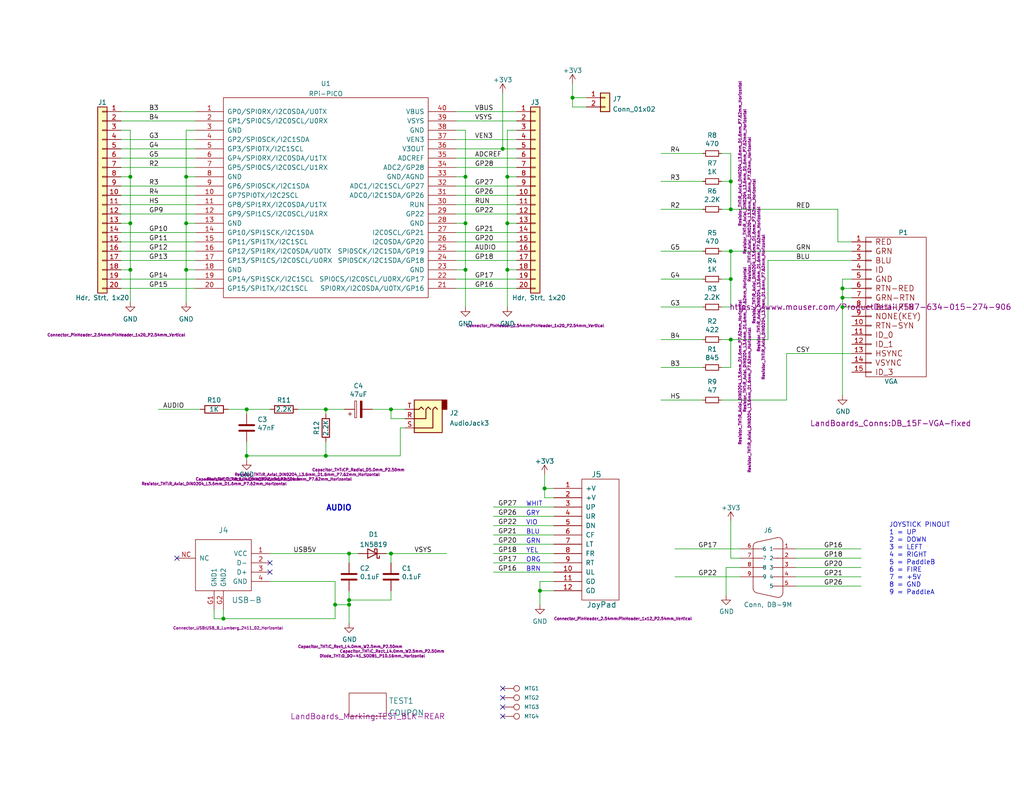
<source format=kicad_sch>
(kicad_sch (version 20211123) (generator eeschema)
  (paper "A")
  (title_block (title "PicoVGA01") (date "2022-07-18") (rev "1") (company "land-boards.com"))
  (lib_symbols
    (symbol "Connector:AudioJack3"
      (property "Reference" "J" (at 0 8.89 0))
      (property "Value" "AudioJack3" (at 0 6.35 0))
      (symbol "AudioJack3_0_1"
        (rectangle (start -5.08 -5.08) (end -6.35 -2.54) (stroke (width 0.254)) (fill (type outline)))
        (polyline (pts (xy 0 -2.54) (xy 0.635 -3.175) (xy 1.27 -2.54) (xy 2.54 -2.54)) (stroke (width 0.254)))
        (polyline (pts (xy -1.905 -2.54) (xy -1.27 -3.175) (xy -0.635 -2.54) (xy -0.635 0) (xy 2.54 0)) (stroke (width 0.254)))
        (polyline (pts (xy 2.54 2.54) (xy -2.54 2.54) (xy -2.54 -2.54) (xy -3.175 -3.175) (xy -3.81 -2.54)) (stroke (width 0.254)))
        (rectangle (start 2.54 3.81) (end -5.08 -5.08) (stroke (width 0.254)) (fill (type background)))
      )
      (symbol "AudioJack3_1_1"
        (pin passive line (at 5.08 0 180) (length 2.54) (name "~") (number "R"))
        (pin passive line (at 5.08 2.54 180) (length 2.54) (name "~") (number "S"))
        (pin passive line (at 5.08 -2.54 180) (length 2.54) (name "~") (number "T"))
      )
    )
    (symbol "Connector_Generic:Conn_01x02" (pin_names (offset 1.016) hide)
      (property "Reference" "J" (at 0 2.54 0))
      (property "Value" "Conn_01x02" (at 0 -5.08 0))
      (symbol "Conn_01x02_1_1"
        (rectangle (start -1.27 -2.413) (end 0 -2.667) (stroke (width 0.1524)))
        (rectangle (start -1.27 0.127) (end 0 -0.127) (stroke (width 0.1524)))
        (rectangle (start -1.27 1.27) (end 1.27 -3.81) (stroke (width 0.254)) (fill (type background)))
        (pin passive line (at -5.08 0 0) (length 3.81) (name "Pin_1") (number "1"))
        (pin passive line (at -5.08 -2.54 0) (length 3.81) (name "Pin_2") (number "2"))
      )
    )
    (symbol "Connector_Generic:Conn_01x20" (pin_names (offset 1.016) hide)
      (property "Reference" "J" (at 0 25.4 0))
      (property "Value" "Conn_01x20" (at 0 -27.94 0))
      (symbol "Conn_01x20_1_1"
        (rectangle (start -1.27 -25.273) (end 0 -25.527) (stroke (width 0.1524)))
        (rectangle (start -1.27 -22.733) (end 0 -22.987) (stroke (width 0.1524)))
        (rectangle (start -1.27 -20.193) (end 0 -20.447) (stroke (width 0.1524)))
        (rectangle (start -1.27 -17.653) (end 0 -17.907) (stroke (width 0.1524)))
        (rectangle (start -1.27 -15.113) (end 0 -15.367) (stroke (width 0.1524)))
        (rectangle (start -1.27 -12.573) (end 0 -12.827) (stroke (width 0.1524)))
        (rectangle (start -1.27 -10.033) (end 0 -10.287) (stroke (width 0.1524)))
        (rectangle (start -1.27 -7.493) (end 0 -7.747) (stroke (width 0.1524)))
        (rectangle (start -1.27 -4.953) (end 0 -5.207) (stroke (width 0.1524)))
        (rectangle (start -1.27 -2.413) (end 0 -2.667) (stroke (width 0.1524)))
        (rectangle (start -1.27 0.127) (end 0 -0.127) (stroke (width 0.1524)))
        (rectangle (start -1.27 2.667) (end 0 2.413) (stroke (width 0.1524)))
        (rectangle (start -1.27 5.207) (end 0 4.953) (stroke (width 0.1524)))
        (rectangle (start -1.27 7.747) (end 0 7.493) (stroke (width 0.1524)))
        (rectangle (start -1.27 10.287) (end 0 10.033) (stroke (width 0.1524)))
        (rectangle (start -1.27 12.827) (end 0 12.573) (stroke (width 0.1524)))
        (rectangle (start -1.27 15.367) (end 0 15.113) (stroke (width 0.1524)))
        (rectangle (start -1.27 17.907) (end 0 17.653) (stroke (width 0.1524)))
        (rectangle (start -1.27 20.447) (end 0 20.193) (stroke (width 0.1524)))
        (rectangle (start -1.27 22.987) (end 0 22.733) (stroke (width 0.1524)))
        (rectangle (start -1.27 24.13) (end 1.27 -26.67) (stroke (width 0.254)) (fill (type background)))
        (pin passive line (at -5.08 22.86 0) (length 3.81) (name "Pin_1") (number "1"))
        (pin passive line (at -5.08 0 0) (length 3.81) (name "Pin_10") (number "10"))
        (pin passive line (at -5.08 -2.54 0) (length 3.81) (name "Pin_11") (number "11"))
        (pin passive line (at -5.08 -5.08 0) (length 3.81) (name "Pin_12") (number "12"))
        (pin passive line (at -5.08 -7.62 0) (length 3.81) (name "Pin_13") (number "13"))
        (pin passive line (at -5.08 -10.16 0) (length 3.81) (name "Pin_14") (number "14"))
        (pin passive line (at -5.08 -12.7 0) (length 3.81) (name "Pin_15") (number "15"))
        (pin passive line (at -5.08 -15.24 0) (length 3.81) (name "Pin_16") (number "16"))
        (pin passive line (at -5.08 -17.78 0) (length 3.81) (name "Pin_17") (number "17"))
        (pin passive line (at -5.08 -20.32 0) (length 3.81) (name "Pin_18") (number "18"))
        (pin passive line (at -5.08 -22.86 0) (length 3.81) (name "Pin_19") (number "19"))
        (pin passive line (at -5.08 20.32 0) (length 3.81) (name "Pin_2") (number "2"))
        (pin passive line (at -5.08 -25.4 0) (length 3.81) (name "Pin_20") (number "20"))
        (pin passive line (at -5.08 17.78 0) (length 3.81) (name "Pin_3") (number "3"))
        (pin passive line (at -5.08 15.24 0) (length 3.81) (name "Pin_4") (number "4"))
        (pin passive line (at -5.08 12.7 0) (length 3.81) (name "Pin_5") (number "5"))
        (pin passive line (at -5.08 10.16 0) (length 3.81) (name "Pin_6") (number "6"))
        (pin passive line (at -5.08 7.62 0) (length 3.81) (name "Pin_7") (number "7"))
        (pin passive line (at -5.08 5.08 0) (length 3.81) (name "Pin_8") (number "8"))
        (pin passive line (at -5.08 2.54 0) (length 3.81) (name "Pin_9") (number "9"))
      )
    )
    (symbol "Device:C" (pin_numbers hide) (pin_names (offset 0.254))
      (property "Reference" "C" (at 0.635 2.54 0))
      (property "Value" "C" (at 0.635 -2.54 0))
      (symbol "C_0_1"
        (polyline (pts (xy -2.032 -0.762) (xy 2.032 -0.762)) (stroke (width 0.508)))
        (polyline (pts (xy -2.032 0.762) (xy 2.032 0.762)) (stroke (width 0.508)))
      )
      (symbol "C_1_1"
        (pin passive line (at 0 3.81 270) (length 2.794) (name "~") (number "1"))
        (pin passive line (at 0 -3.81 90) (length 2.794) (name "~") (number "2"))
      )
    )
    (symbol "Device:C_Polarized" (pin_numbers hide) (pin_names (offset 0.254))
      (property "Reference" "C" (at 0.635 2.54 0))
      (property "Value" "C_Polarized" (at 0.635 -2.54 0))
      (symbol "C_Polarized_0_1"
        (rectangle (start -2.286 0.508) (end 2.286 1.016))
        (polyline (pts (xy -1.778 2.286) (xy -0.762 2.286)))
        (polyline (pts (xy -1.27 2.794) (xy -1.27 1.778)))
        (rectangle (start 2.286 -0.508) (end -2.286 -1.016) (fill (type outline)))
      )
      (symbol "C_Polarized_1_1"
        (pin passive line (at 0 3.81 270) (length 2.794) (name "~") (number "1"))
        (pin passive line (at 0 -3.81 90) (length 2.794) (name "~") (number "2"))
      )
    )
    (symbol "Device:D_Schottky" (pin_numbers hide) (pin_names (offset 1.016) hide)
      (property "Reference" "D" (at 0 2.54 0))
      (property "Value" "D_Schottky" (at 0 -2.54 0))
      (symbol "D_Schottky_0_1"
        (polyline (pts (xy 1.27 0) (xy -1.27 0)))
        (polyline (pts (xy 1.27 1.27) (xy 1.27 -1.27) (xy -1.27 0) (xy 1.27 1.27)) (stroke (width 0.254)))
        (polyline (pts (xy -1.905 0.635) (xy -1.905 1.27) (xy -1.27 1.27) (xy -1.27 -1.27) (xy -0.635 -1.27) (xy -0.635 -0.635)) (stroke (width 0.254)))
      )
      (symbol "D_Schottky_1_1"
        (pin passive line (at -3.81 0 0) (length 2.54) (name "K") (number "1"))
        (pin passive line (at 3.81 0 180) (length 2.54) (name "A") (number "2"))
      )
    )
    (symbol "Device:R" (pin_numbers hide) (pin_names (offset 0))
      (property "Reference" "R" (at 2.032 0 90))
      (property "Value" "R" (at 0 0 90))
      (symbol "R_0_1"
        (rectangle (start -1.016 -2.54) (end 1.016 2.54) (stroke (width 0.254)))
      )
      (symbol "R_1_1"
        (pin passive line (at 0 3.81 270) (length 1.27) (name "~") (number "1"))
        (pin passive line (at 0 -3.81 90) (length 1.27) (name "~") (number "2"))
      )
    )
    (symbol "Device:R_Small" (pin_numbers hide) (pin_names (offset 0.254) hide)
      (property "Reference" "R" (at 0.762 0.508 0))
      (property "Value" "R_Small" (at 0.762 -1.016 0))
      (symbol "R_Small_0_1"
        (rectangle (start -0.762 1.778) (end 0.762 -1.778) (stroke (width 0.2032)))
      )
      (symbol "R_Small_1_1"
        (pin passive line (at 0 2.54 270) (length 0.762) (name "~") (number "1"))
        (pin passive line (at 0 -2.54 90) (length 0.762) (name "~") (number "2"))
      )
    )
    (symbol "LandBoards:COUPON" (pin_names (offset 1.016))
      (property "Reference" "COUP?" (at 0 0 0))
      (property "Value" "COUPON" (at 0 0 0))
      (symbol "COUPON_0_1"
        (rectangle (start -5.08 0) (end 5.08 6.35))
      )
    )
    (symbol "LandBoards_Cards:JoyPad" (pin_names (offset 1.016))
      (property "Reference" "BRD" (at 1.27 17.78 0))
      (property "Value" "JoyPad" (at 0 -17.78 0))
      (symbol "JoyPad_0_0"
        (rectangle (start -5.08 16.51) (end 5.08 -16.51))
      )
      (symbol "JoyPad_1_1"
        (pin power_in line (at 12.7 13.97 180) (length 7.62) (name "+V") (number "1"))
        (pin output line (at 12.7 -8.89 180) (length 7.62) (name "UL") (number "10"))
        (pin power_in line (at 12.7 -11.43 180) (length 7.62) (name "GD") (number "11"))
        (pin power_in line (at 12.7 -13.97 180) (length 7.62) (name "GD") (number "12"))
        (pin power_in line (at 12.7 11.43 180) (length 7.62) (name "+V") (number "2"))
        (pin output line (at 12.7 8.89 180) (length 7.62) (name "UP") (number "3"))
        (pin output line (at 12.7 6.35 180) (length 7.62) (name "UR") (number "4"))
        (pin output line (at 12.7 3.81 180) (length 7.62) (name "DN") (number "5"))
        (pin output line (at 12.7 1.27 180) (length 7.62) (name "CF") (number "6"))
        (pin output line (at 12.7 -1.27 180) (length 7.62) (name "LT") (number "7"))
        (pin output line (at 12.7 -3.81 180) (length 7.62) (name "FR") (number "8"))
        (pin output line (at 12.7 -6.35 180) (length 7.62) (name "RT") (number "9"))
      )
    )
    (symbol "LandBoards_Conns:USB-B" (pin_names (offset 1.016))
      (property "Reference" "J" (at 2.54 19.05 0))
      (property "Value" "LandBoards_Conns_USB-B" (at 5.08 2.54 0))
      (symbol "USB-B_0_1"
        (rectangle (start -8.89 3.81) (end 6.35 17.78))
      )
      (symbol "USB-B_1_1"
        (pin power_out line (at 11.43 13.97 180) (length 5.08) (name "VCC") (number "1"))
        (pin bidirectional line (at 11.43 11.43 180) (length 5.08) (name "D-") (number "2"))
        (pin bidirectional line (at 11.43 8.89 180) (length 5.08) (name "D+") (number "3"))
        (pin power_out line (at 11.43 6.35 180) (length 5.08) (name "GND") (number "4"))
        (pin passive line (at -3.81 -1.27 90) (length 5.08) (name "GND1") (number "G1"))
        (pin passive line (at -1.27 -1.27 90) (length 5.08) (name "GND2") (number "G2"))
        (pin power_in line (at -13.97 12.7 0) (length 5.08) (name "NC") (number "NC"))
      )
    )
    (symbol "LandBoards_Conns:VGA" (pin_names (offset 1.016) hide)
      (property "Reference" "P" (at -6.35 20.32 0))
      (property "Value" "VGA" (at -1.27 -20.32 0))
      (symbol "VGA_0_0"
        (text "BLU" (at -5.08 12.7 0) (effects (font (size 1.524 1.524)) (justify left)))
        (text "BLU-RTN" (at -5.08 0 0) (effects (font (size 1.524 1.524)) (justify left)))
        (text "GND" (at -5.08 7.62 0) (effects (font (size 1.524 1.524)) (justify left)))
        (text "GRN" (at -5.08 15.24 0) (effects (font (size 1.524 1.524)) (justify left)))
        (text "GRN-RTN" (at -5.08 2.54 0) (effects (font (size 1.524 1.524)) (justify left)))
        (text "HSYNC" (at -5.08 -12.7 0) (effects (font (size 1.524 1.524)) (justify left)))
        (text "ID" (at -5.08 10.16 0) (effects (font (size 1.524 1.524)) (justify left)))
        (text "ID_0" (at -5.08 -7.62 0) (effects (font (size 1.524 1.524)) (justify left)))
        (text "ID_1" (at -5.08 -10.16 0) (effects (font (size 1.524 1.524)) (justify left)))
        (text "ID_3" (at -5.08 -17.78 0) (effects (font (size 1.524 1.524)) (justify left)))
        (text "NONE(KEY)" (at -5.08 -2.54 0) (effects (font (size 1.524 1.524)) (justify left)))
        (text "RED" (at -5.08 17.78 0) (effects (font (size 1.524 1.524)) (justify left)))
        (text "RTN-RED" (at -5.08 5.08 0) (effects (font (size 1.524 1.524)) (justify left)))
        (text "RTN-SYN" (at -5.08 -5.08 0) (effects (font (size 1.524 1.524)) (justify left)))
        (text "VSYNC" (at -5.08 -15.24 0) (effects (font (size 1.524 1.524)) (justify left)))
      )
      (symbol "VGA_0_1"
        (rectangle (start -7.62 -17.653) (end -6.096 -17.907))
        (rectangle (start -7.62 -15.113) (end -6.096 -15.367))
        (rectangle (start -7.62 -12.573) (end -6.096 -12.827))
        (rectangle (start -7.62 -10.033) (end -6.096 -10.287))
        (rectangle (start -7.62 -7.493) (end -6.096 -7.747))
        (rectangle (start -7.62 -4.953) (end -6.096 -5.207))
        (rectangle (start -7.62 -2.413) (end -6.096 -2.667))
        (rectangle (start -7.62 0.127) (end -6.096 -0.127))
        (rectangle (start -7.62 2.667) (end -6.096 2.413))
        (rectangle (start -7.62 5.207) (end -6.096 4.953))
        (rectangle (start -7.62 7.747) (end -6.096 7.493))
        (rectangle (start -7.62 10.287) (end -6.096 10.033))
        (rectangle (start -7.62 12.827) (end -6.096 12.573))
        (rectangle (start -7.62 15.367) (end -6.096 15.113))
        (rectangle (start -7.62 17.907) (end -6.096 17.653))
        (rectangle (start -7.62 19.05) (end 8.89 -19.05))
      )
      (symbol "VGA_1_1"
        (pin passive line (at -11.43 17.78 0) (length 3.81) (name "P1") (number "1"))
        (pin passive line (at -11.43 -5.08 0) (length 3.81) (name "P10") (number "10"))
        (pin passive line (at -11.43 -7.62 0) (length 3.81) (name "P11") (number "11"))
        (pin passive line (at -11.43 -10.16 0) (length 3.81) (name "P12") (number "12"))
        (pin passive line (at -11.43 -12.7 0) (length 3.81) (name "P13") (number "13"))
        (pin passive line (at -11.43 -15.24 0) (length 3.81) (name "P14") (number "14"))
        (pin passive line (at -11.43 -17.78 0) (length 3.81) (name "P15") (number "15"))
        (pin passive line (at -11.43 15.24 0) (length 3.81) (name "P2") (number "2"))
        (pin passive line (at -11.43 12.7 0) (length 3.81) (name "P3") (number "3"))
        (pin passive line (at -11.43 10.16 0) (length 3.81) (name "P4") (number "4"))
        (pin passive line (at -11.43 7.62 0) (length 3.81) (name "P5") (number "5"))
        (pin passive line (at -11.43 5.08 0) (length 3.81) (name "P6") (number "6"))
        (pin passive line (at -11.43 2.54 0) (length 3.81) (name "P7") (number "7"))
        (pin passive line (at -11.43 0 0) (length 3.81) (name "P8") (number "8"))
        (pin passive line (at -11.43 -2.54 0) (length 3.81) (name "P9") (number "9"))
      )
    )
    (symbol "LandBoards_Semis:RPi-PICO" (pin_names (offset 1.016))
      (property "Reference" "U" (at 0 29.21 0))
      (property "Value" "RPi-PICO" (at 8.89 -30.48 0))
      (symbol "RPi-PICO_1_0"
        (rectangle (start -29.21 -29.21) (end 26.67 25.4))
      )
      (symbol "RPi-PICO_1_1"
        (pin bidirectional line (at -36.83 21.59 0) (length 7.62) (name "GP0/SPI0RX/I2C0SDA/U0TX") (number "1"))
        (pin bidirectional line (at -36.83 -1.27 0) (length 7.62) (name "GP7SPI0TX/I2C2SCL") (number "10"))
        (pin bidirectional line (at -36.83 -3.81 0) (length 7.62) (name "GP8/SPI1RX/I2C0SDA/U1TX") (number "11"))
        (pin bidirectional line (at -36.83 -6.35 0) (length 7.62) (name "GP9/SPI1CS/I2C0SCL/U1RX") (number "12"))
        (pin power_in line (at -36.83 -8.89 0) (length 7.62) (name "GND") (number "13"))
        (pin bidirectional line (at -36.83 -11.43 0) (length 7.62) (name "GP10/SPI1SCK/I2C1SDA") (number "14"))
        (pin bidirectional line (at -36.83 -13.97 0) (length 7.62) (name "GP11/SPI1TX/I2C1SCL") (number "15"))
        (pin bidirectional line (at -36.83 -16.51 0) (length 7.62) (name "GP12/SPI1RX/I2C0SDA/U0TX") (number "16"))
        (pin bidirectional line (at -36.83 -19.05 0) (length 7.62) (name "GP13/SPI1CS/I2C0SCL/U0RX") (number "17"))
        (pin power_in line (at -36.83 -21.59 0) (length 7.62) (name "GND") (number "18"))
        (pin bidirectional line (at -36.83 -24.13 0) (length 7.62) (name "GP14/SPI1SCK/I2C1SCL") (number "19"))
        (pin bidirectional line (at -36.83 19.05 0) (length 7.62) (name "GP1/SPI0CS/I2C0SCL/U0RX") (number "2"))
        (pin bidirectional line (at -36.83 -26.67 0) (length 7.62) (name "GP15/SPI1TX/I2C1SCL") (number "20"))
        (pin bidirectional line (at 34.29 -26.67 180) (length 7.62) (name "SPI0RX/I2C0SDA/U0TX/GP16") (number "21"))
        (pin bidirectional line (at 34.29 -24.13 180) (length 7.62) (name "SPI0CS/I2C0SCL/U0RX/GP17") (number "22"))
        (pin power_in line (at 34.29 -21.59 180) (length 7.62) (name "GND") (number "23"))
        (pin bidirectional line (at 34.29 -19.05 180) (length 7.62) (name "SPI0SCK/I2C1SDA/GP18") (number "24"))
        (pin bidirectional line (at 34.29 -16.51 180) (length 7.62) (name "SPI0SCK/I2C1SDA/GP19") (number "25"))
        (pin bidirectional line (at 34.29 -13.97 180) (length 7.62) (name "I2C0SDA/GP20") (number "26"))
        (pin bidirectional line (at 34.29 -11.43 180) (length 7.62) (name "I2C0SCL/GP21") (number "27"))
        (pin power_in line (at 34.29 -8.89 180) (length 7.62) (name "GND") (number "28"))
        (pin bidirectional line (at 34.29 -6.35 180) (length 7.62) (name "GP22") (number "29"))
        (pin power_in line (at -36.83 16.51 0) (length 7.62) (name "GND") (number "3"))
        (pin input line (at 34.29 -3.81 180) (length 7.62) (name "RUN") (number "30"))
        (pin bidirectional line (at 34.29 -1.27 180) (length 7.62) (name "ADC0/I2C1SDA/GP26") (number "31"))
        (pin bidirectional line (at 34.29 1.27 180) (length 7.62) (name "ADC1/I2C1SCL/GP27") (number "32"))
        (pin power_in line (at 34.29 3.81 180) (length 7.62) (name "GND/AGND") (number "33"))
        (pin bidirectional line (at 34.29 6.35 180) (length 7.62) (name "ADC2/GP28") (number "34"))
        (pin power_in line (at 34.29 8.89 180) (length 7.62) (name "ADCREF") (number "35"))
        (pin power_out line (at 34.29 11.43 180) (length 7.62) (name "V3OUT") (number "36"))
        (pin bidirectional line (at 34.29 13.97 180) (length 7.62) (name "VEN3") (number "37"))
        (pin power_in line (at 34.29 16.51 180) (length 7.62) (name "GND") (number "38"))
        (pin power_in line (at 34.29 19.05 180) (length 7.62) (name "VSYS") (number "39"))
        (pin bidirectional line (at -36.83 13.97 0) (length 7.62) (name "GP2/SPI0SCK/I2C1SDA") (number "4"))
        (pin power_out line (at 34.29 21.59 180) (length 7.62) (name "VBUS") (number "40"))
        (pin bidirectional line (at -36.83 11.43 0) (length 7.62) (name "GP3/SPI0TX/I2C1SCL") (number "5"))
        (pin bidirectional line (at -36.83 8.89 0) (length 7.62) (name "GP4/SPI0RX/I2C0SDA/U1TX") (number "6"))
        (pin bidirectional line (at -36.83 6.35 0) (length 7.62) (name "GP5/SPI0CS/I2C0SCL/U1RX") (number "7"))
        (pin power_in line (at -36.83 3.81 0) (length 7.62) (name "GND") (number "8"))
        (pin bidirectional line (at -36.83 1.27 0) (length 7.62) (name "GP6/SPI0SCK/I2C1SDA") (number "9"))
      )
    )
    (symbol "VGAX49-rescue:CONN_1-GRID49-rescue-PS2X49-rescue" (pin_numbers hide) (pin_names (offset 0.762) hide)
      (property "Reference" "P" (at 2.032 0 0))
      (symbol "CONN_1-GRID49-rescue-PS2X49-rescue_0_1"
        (polyline (pts (xy -0.762 0) (xy -1.27 0)))
        (circle (center 0 0) (radius 0.7874))
      )
      (symbol "CONN_1-GRID49-rescue-PS2X49-rescue_1_1"
        (pin passive line (at -3.81 0 0) (length 2.54) (name "1") (number "1"))
      )
    )
    (symbol "con-subd:M09H" (pin_names (offset 1.016))
      (property "Reference" "X" (at -3.81 8.89 0))
      (property "Value" "con-subd_M09H" (at -3.81 -10.795 0))
      (symbol "M09H_1_0"
        (polyline (pts (xy -4.064 5.6896) (xy -4.064 -5.6896)))
        (polyline (pts (xy -2.54 -2.54) (xy -1.27 -2.54)))
        (polyline (pts (xy -2.54 0) (xy -1.27 0)))
        (polyline (pts (xy -2.54 2.54) (xy -1.27 2.54)))
        (polyline (pts (xy -2.54 5.08) (xy -1.27 5.08)))
        (polyline (pts (xy 1.27 -5.08) (xy 2.54 -5.08)))
        (polyline (pts (xy 1.397 -2.54) (xy 2.667 -2.54)))
        (polyline (pts (xy 1.397 0) (xy 2.667 0)))
        (polyline (pts (xy 1.397 2.54) (xy 2.667 2.54)))
        (polyline (pts (xy 1.397 5.08) (xy 2.667 5.08)))
        (polyline (pts (xy 2.5146 -8.1534) (xy -3.048 -6.9342)))
        (polyline (pts (xy 2.5146 8.1534) (xy -3.048 6.9342)))
        (polyline (pts (xy 4.064 6.9088) (xy 4.064 -6.9088)))
      )
      (symbol "M09H_1_1"
        (arc (start -4.064 -5.6896) (mid -3.7777 -6.4929) (end -3.048 -6.9342))
        (arc (start -3.048 6.9342) (mid -3.7779 6.493) (end -4.064 5.6896))
        (arc (start 2.5146 -8.1534) (mid 3.572 -7.8928) (end 4.0386 -6.9088))
        (arc (start 4.064 6.9088) (mid 3.5866 7.9012) (end 2.5146 8.1534))
        (pin passive line (at 7.62 5.08 180) (length 5.08) (name "1") (number "1"))
        (pin passive line (at 7.62 2.54 180) (length 5.08) (name "2") (number "2"))
        (pin passive line (at 7.62 0 180) (length 5.08) (name "3") (number "3"))
        (pin passive line (at 7.62 -2.54 180) (length 5.08) (name "4") (number "4"))
        (pin passive line (at 7.62 -5.08 180) (length 5.08) (name "5") (number "5"))
        (pin passive line (at -7.62 5.08 0) (length 5.08) (name "6") (number "6"))
        (pin passive line (at -7.62 2.54 0) (length 5.08) (name "7") (number "7"))
        (pin passive line (at -7.62 0 0) (length 5.08) (name "8") (number "8"))
        (pin passive line (at -7.62 -2.54 0) (length 5.08) (name "9") (number "9"))
      )
    )
    (symbol "power:+3.3V" (power) (pin_names (offset 0))
      (property "Value" "+3.3V" (at 0 3.556 0))
      (symbol "+3.3V_0_1"
        (polyline (pts (xy -0.762 1.27) (xy 0 2.54)))
        (polyline (pts (xy 0 0) (xy 0 2.54)))
        (polyline (pts (xy 0 2.54) (xy 0.762 1.27)))
      )
      (symbol "+3.3V_1_1"
        (pin power_in line (at 0 0 90) (length 0) hide (name "+3V3") (number "1"))
      )
    )
    (symbol "power:GND" (power) (pin_names (offset 0))
      (property "Value" "GND" (at 0 -3.81 0))
      (symbol "GND_0_1"
        (polyline (pts (xy 0 0) (xy 0 -1.27) (xy 1.27 -1.27) (xy 0 -2.54) (xy -1.27 -1.27) (xy 0 -1.27)))
      )
      (symbol "GND_1_1"
        (pin power_in line (at 0 0 270) (length 0) hide (name "GND") (number "1"))
      )
    )
  )
  (junction (at 50.8 73.66))
  (junction (at 137.16 40.64))
  (junction (at 67.31 124.46))
  (junction (at 95.25 165.1))
  (junction (at 199.39 68.58))
  (junction (at 50.8 60.96))
  (junction (at 50.8 48.26))
  (junction (at 106.68 151.13))
  (junction (at 88.9 124.46))
  (junction (at 199.39 57.15))
  (junction (at 91.44 165.1))
  (junction (at 67.31 111.76))
  (junction (at 106.68 111.76))
  (junction (at 156.21 26.67))
  (junction (at 95.25 151.13))
  (junction (at 138.43 48.26))
  (junction (at 148.59 133.35))
  (junction (at 138.43 60.96))
  (junction (at 229.87 83.82))
  (junction (at 35.56 48.26))
  (junction (at 199.39 49.53))
  (junction (at 147.32 161.29))
  (junction (at 95.25 163.83))
  (junction (at 229.87 81.28))
  (junction (at 199.39 76.2))
  (junction (at 127 48.26))
  (junction (at 127 73.66))
  (junction (at 88.9 111.76))
  (junction (at 127 60.96))
  (junction (at 138.43 73.66))
  (junction (at 35.56 73.66))
  (junction (at 199.39 92.71))
  (junction (at 60.96 168.91))
  (junction (at 35.56 60.96))
  (junction (at 229.87 78.74))
  (no_connect (at 137.16 187.96))
  (no_connect (at 73.66 156.21))
  (no_connect (at 137.16 195.58))
  (no_connect (at 48.26 152.4))
  (no_connect (at 73.66 153.67))
  (no_connect (at 137.16 190.5))
  (no_connect (at 137.16 193.04))
  (wire (pts (xy 35.56 60.96) (xy 35.56 73.66)))
  (wire (pts (xy 138.43 35.56) (xy 138.43 48.26)))
  (wire (pts (xy 199.39 49.53) (xy 199.39 57.15)))
  (wire (pts (xy 33.02 53.34) (xy 53.34 53.34)))
  (wire (pts (xy 67.31 113.03) (xy 67.31 111.76)))
  (wire (pts (xy 147.32 158.75) (xy 151.13 158.75)))
  (wire (pts (xy 138.43 60.96) (xy 140.97 60.96)))
  (wire (pts (xy 91.44 168.91) (xy 91.44 165.1)))
  (wire (pts (xy 33.02 66.04) (xy 53.34 66.04)))
  (wire (pts (xy 95.25 163.83) (xy 95.25 165.1)))
  (wire (pts (xy 110.49 116.84) (xy 109.22 116.84)))
  (wire (pts (xy 33.02 76.2) (xy 53.34 76.2)))
  (wire (pts (xy 50.8 73.66) (xy 50.8 82.55)))
  (wire (pts (xy 217.17 149.86) (xy 234.95 149.86)))
  (wire (pts (xy 33.02 78.74) (xy 53.34 78.74)))
  (wire (pts (xy 33.02 43.18) (xy 53.34 43.18)))
  (wire (pts (xy 58.42 166.37) (xy 58.42 168.91)))
  (wire (pts (xy 199.39 100.33) (xy 199.39 92.71)))
  (wire (pts (xy 106.68 111.76) (xy 110.49 111.76)))
  (wire (pts (xy 140.97 58.42) (xy 124.46 58.42)))
  (wire (pts (xy 95.25 151.13) (xy 97.79 151.13)))
  (wire (pts (xy 232.41 83.82) (xy 229.87 83.82)))
  (wire (pts (xy 33.02 40.64) (xy 53.34 40.64)))
  (wire (pts (xy 151.13 138.43) (xy 134.62 138.43)))
  (wire (pts (xy 151.13 146.05) (xy 134.62 146.05)))
  (wire (pts (xy 148.59 129.54) (xy 148.59 133.35)))
  (wire (pts (xy 140.97 55.88) (xy 124.46 55.88)))
  (wire (pts (xy 148.59 133.35) (xy 148.59 135.89)))
  (wire (pts (xy 88.9 111.76) (xy 88.9 113.03)))
  (wire (pts (xy 127 73.66) (xy 127 83.82)))
  (wire (pts (xy 33.02 38.1) (xy 53.34 38.1)))
  (wire (pts (xy 160.02 26.67) (xy 156.21 26.67)))
  (wire (pts (xy 156.21 26.67) (xy 156.21 22.86)))
  (wire (pts (xy 50.8 60.96) (xy 50.8 73.66)))
  (wire (pts (xy 140.97 78.74) (xy 124.46 78.74)))
  (wire (pts (xy 147.32 161.29) (xy 151.13 161.29)))
  (wire (pts (xy 140.97 30.48) (xy 124.46 30.48)))
  (wire (pts (xy 199.39 76.2) (xy 199.39 83.82)))
  (wire (pts (xy 140.97 76.2) (xy 124.46 76.2)))
  (wire (pts (xy 199.39 152.4) (xy 199.39 142.24)))
  (wire (pts (xy 62.23 111.76) (xy 67.31 111.76)))
  (wire (pts (xy 196.85 100.33) (xy 199.39 100.33)))
  (wire (pts (xy 217.17 160.02) (xy 234.95 160.02)))
  (wire (pts (xy 229.87 81.28) (xy 232.41 81.28)))
  (wire (pts (xy 199.39 57.15) (xy 228.6 57.15)))
  (wire (pts (xy 33.02 63.5) (xy 53.34 63.5)))
  (wire (pts (xy 138.43 48.26) (xy 140.97 48.26)))
  (wire (pts (xy 95.25 163.83) (xy 106.68 163.83)))
  (wire (pts (xy 196.85 49.53) (xy 199.39 49.53)))
  (wire (pts (xy 67.31 124.46) (xy 67.31 125.73)))
  (wire (pts (xy 50.8 48.26) (xy 50.8 60.96)))
  (wire (pts (xy 50.8 35.56) (xy 50.8 48.26)))
  (wire (pts (xy 60.96 168.91) (xy 60.96 166.37)))
  (wire (pts (xy 151.13 153.67) (xy 134.62 153.67)))
  (wire (pts (xy 33.02 58.42) (xy 53.34 58.42)))
  (wire (pts (xy 184.15 149.86) (xy 201.93 149.86)))
  (wire (pts (xy 196.85 57.15) (xy 199.39 57.15)))
  (wire (pts (xy 196.85 68.58) (xy 199.39 68.58)))
  (wire (pts (xy 140.97 33.02) (xy 124.46 33.02)))
  (wire (pts (xy 33.02 48.26) (xy 35.56 48.26)))
  (wire (pts (xy 138.43 48.26) (xy 138.43 60.96)))
  (wire (pts (xy 229.87 83.82) (xy 229.87 107.95)))
  (wire (pts (xy 138.43 60.96) (xy 138.43 73.66)))
  (wire (pts (xy 101.6 111.76) (xy 106.68 111.76)))
  (wire (pts (xy 140.97 66.04) (xy 124.46 66.04)))
  (wire (pts (xy 33.02 30.48) (xy 53.34 30.48)))
  (wire (pts (xy 50.8 60.96) (xy 53.34 60.96)))
  (wire (pts (xy 35.56 73.66) (xy 35.56 82.55)))
  (wire (pts (xy 124.46 60.96) (xy 127 60.96)))
  (wire (pts (xy 109.22 116.84) (xy 109.22 124.46)))
  (wire (pts (xy 180.34 109.22) (xy 191.77 109.22)))
  (wire (pts (xy 137.16 25.4) (xy 137.16 40.64)))
  (wire (pts (xy 156.21 29.21) (xy 156.21 26.67)))
  (wire (pts (xy 106.68 153.67) (xy 106.68 151.13)))
  (wire (pts (xy 73.66 158.75) (xy 91.44 158.75)))
  (wire (pts (xy 232.41 96.52) (xy 214.63 96.52)))
  (wire (pts (xy 106.68 163.83) (xy 106.68 161.29)))
  (wire (pts (xy 214.63 109.22) (xy 214.63 96.52)))
  (wire (pts (xy 58.42 168.91) (xy 60.96 168.91)))
  (wire (pts (xy 148.59 135.89) (xy 151.13 135.89)))
  (wire (pts (xy 147.32 161.29) (xy 147.32 158.75)))
  (wire (pts (xy 33.02 55.88) (xy 53.34 55.88)))
  (wire (pts (xy 140.97 50.8) (xy 124.46 50.8)))
  (wire (pts (xy 191.77 83.82) (xy 180.34 83.82)))
  (wire (pts (xy 199.39 92.71) (xy 196.85 92.71)))
  (wire (pts (xy 217.17 152.4) (xy 234.95 152.4)))
  (wire (pts (xy 60.96 168.91) (xy 91.44 168.91)))
  (wire (pts (xy 151.13 151.13) (xy 134.62 151.13)))
  (wire (pts (xy 229.87 81.28) (xy 229.87 83.82)))
  (wire (pts (xy 33.02 68.58) (xy 53.34 68.58)))
  (wire (pts (xy 124.46 35.56) (xy 127 35.56)))
  (wire (pts (xy 232.41 76.2) (xy 229.87 76.2)))
  (wire (pts (xy 147.32 165.1) (xy 147.32 161.29)))
  (wire (pts (xy 140.97 38.1) (xy 124.46 38.1)))
  (wire (pts (xy 91.44 158.75) (xy 91.44 165.1)))
  (wire (pts (xy 67.31 120.65) (xy 67.31 124.46)))
  (wire (pts (xy 191.77 92.71) (xy 180.34 92.71)))
  (wire (pts (xy 33.02 35.56) (xy 35.56 35.56)))
  (wire (pts (xy 33.02 50.8) (xy 53.34 50.8)))
  (wire (pts (xy 199.39 68.58) (xy 232.41 68.58)))
  (wire (pts (xy 196.85 109.22) (xy 214.63 109.22)))
  (wire (pts (xy 199.39 68.58) (xy 199.39 76.2)))
  (wire (pts (xy 73.66 151.13) (xy 95.25 151.13)))
  (wire (pts (xy 33.02 73.66) (xy 35.56 73.66)))
  (wire (pts (xy 232.41 78.74) (xy 229.87 78.74)))
  (wire (pts (xy 124.46 73.66) (xy 127 73.66)))
  (wire (pts (xy 229.87 78.74) (xy 229.87 81.28)))
  (wire (pts (xy 140.97 71.12) (xy 124.46 71.12)))
  (wire (pts (xy 33.02 71.12) (xy 53.34 71.12)))
  (wire (pts (xy 191.77 41.91) (xy 180.34 41.91)))
  (wire (pts (xy 106.68 114.3) (xy 110.49 114.3)))
  (wire (pts (xy 33.02 60.96) (xy 35.56 60.96)))
  (wire (pts (xy 106.68 111.76) (xy 106.68 114.3)))
  (wire (pts (xy 198.12 154.94) (xy 198.12 162.56)))
  (wire (pts (xy 151.13 140.97) (xy 134.62 140.97)))
  (wire (pts (xy 127 35.56) (xy 127 48.26)))
  (wire (pts (xy 50.8 48.26) (xy 53.34 48.26)))
  (wire (pts (xy 81.28 111.76) (xy 88.9 111.76)))
  (wire (pts (xy 33.02 45.72) (xy 53.34 45.72)))
  (wire (pts (xy 196.85 83.82) (xy 199.39 83.82)))
  (wire (pts (xy 209.55 71.12) (xy 209.55 92.71)))
  (wire (pts (xy 151.13 156.21) (xy 134.62 156.21)))
  (wire (pts (xy 151.13 143.51) (xy 134.62 143.51)))
  (wire (pts (xy 95.25 161.29) (xy 95.25 163.83)))
  (wire (pts (xy 199.39 41.91) (xy 199.39 49.53)))
  (wire (pts (xy 196.85 76.2) (xy 199.39 76.2)))
  (wire (pts (xy 217.17 157.48) (xy 234.95 157.48)))
  (wire (pts (xy 229.87 76.2) (xy 229.87 78.74)))
  (wire (pts (xy 191.77 76.2) (xy 180.34 76.2)))
  (wire (pts (xy 43.18 111.76) (xy 54.61 111.76)))
  (wire (pts (xy 191.77 49.53) (xy 180.34 49.53)))
  (wire (pts (xy 137.16 40.64) (xy 124.46 40.64)))
  (wire (pts (xy 191.77 57.15) (xy 180.34 57.15)))
  (wire (pts (xy 106.68 151.13) (xy 121.92 151.13)))
  (wire (pts (xy 148.59 133.35) (xy 151.13 133.35)))
  (wire (pts (xy 228.6 57.15) (xy 228.6 66.04)))
  (wire (pts (xy 95.25 151.13) (xy 95.25 153.67)))
  (wire (pts (xy 67.31 124.46) (xy 88.9 124.46)))
  (wire (pts (xy 140.97 63.5) (xy 124.46 63.5)))
  (wire (pts (xy 88.9 120.65) (xy 88.9 124.46)))
  (wire (pts (xy 191.77 100.33) (xy 180.34 100.33)))
  (wire (pts (xy 196.85 41.91) (xy 199.39 41.91)))
  (wire (pts (xy 35.56 48.26) (xy 35.56 60.96)))
  (wire (pts (xy 140.97 53.34) (xy 124.46 53.34)))
  (wire (pts (xy 88.9 124.46) (xy 109.22 124.46)))
  (wire (pts (xy 35.56 35.56) (xy 35.56 48.26)))
  (wire (pts (xy 91.44 165.1) (xy 95.25 165.1)))
  (wire (pts (xy 232.41 71.12) (xy 209.55 71.12)))
  (wire (pts (xy 184.15 157.48) (xy 201.93 157.48)))
  (wire (pts (xy 217.17 154.94) (xy 234.95 154.94)))
  (wire (pts (xy 53.34 35.56) (xy 50.8 35.56)))
  (wire (pts (xy 88.9 111.76) (xy 93.98 111.76)))
  (wire (pts (xy 127 48.26) (xy 127 60.96)))
  (wire (pts (xy 209.55 92.71) (xy 199.39 92.71)))
  (wire (pts (xy 124.46 48.26) (xy 127 48.26)))
  (wire (pts (xy 140.97 35.56) (xy 138.43 35.56)))
  (wire (pts (xy 50.8 73.66) (xy 53.34 73.66)))
  (wire (pts (xy 140.97 68.58) (xy 124.46 68.58)))
  (wire (pts (xy 140.97 43.18) (xy 124.46 43.18)))
  (wire (pts (xy 95.25 165.1) (xy 95.25 170.18)))
  (wire (pts (xy 228.6 66.04) (xy 232.41 66.04)))
  (wire (pts (xy 138.43 73.66) (xy 140.97 73.66)))
  (wire (pts (xy 160.02 29.21) (xy 156.21 29.21)))
  (wire (pts (xy 140.97 45.72) (xy 124.46 45.72)))
  (wire (pts (xy 127 60.96) (xy 127 73.66)))
  (wire (pts (xy 191.77 68.58) (xy 180.34 68.58)))
  (wire (pts (xy 201.93 152.4) (xy 199.39 152.4)))
  (wire (pts (xy 151.13 148.59) (xy 134.62 148.59)))
  (wire (pts (xy 33.02 33.02) (xy 53.34 33.02)))
  (wire (pts (xy 138.43 73.66) (xy 138.43 83.82)))
  (wire (pts (xy 105.41 151.13) (xy 106.68 151.13)))
  (wire (pts (xy 140.97 40.64) (xy 137.16 40.64)))
  (wire (pts (xy 67.31 111.76) (xy 73.66 111.76)))
  (wire (pts (xy 198.12 154.94) (xy 201.93 154.94)))
  (text "GRY" (at 143.51 140.97 0) (effects (font (size 1.27 1.27)) (justify left bottom)))
  (text "GRN" (at 143.51 148.59 0) (effects (font (size 1.27 1.27)) (justify left bottom)))
  (text "ORG" (at 143.51 153.67 0) (effects (font (size 1.27 1.27)) (justify left bottom)))
  (text "JOYSTICK PINOUT\n1 = UP\n2 = DOWN\n3 = LEFT\n4 = RIGHT\n5 = PaddleB\n6 = FIRE\n7 = +5V\n8 = GND \n9 = PaddleA" (at 242.57 162.56 0) (effects (font (size 1.27 1.27)) (justify left bottom)))
  (text "BRN" (at 143.51 156.21 0) (effects (font (size 1.27 1.27)) (justify left bottom)))
  (text "WHIT" (at 143.51 138.43 0) (effects (font (size 1.27 1.27)) (justify left bottom)))
  (text "YEL" (at 143.51 151.13 0) (effects (font (size 1.27 1.27)) (justify left bottom)))
  (text "BLU" (at 143.51 146.05 0) (effects (font (size 1.27 1.27)) (justify left bottom)))
  (text "VIO" (at 143.51 143.51 0) (effects (font (size 1.27 1.27)) (justify left bottom)))
  (text "AUDIO" (at 88.9 139.7 0) (effects (font (size 1.524 1.524) (thickness 0.3048) bold) (justify left bottom)))
  (label "B3" (at 40.64 30.48 0))
  (label "VSYS" (at 113.03 151.13 0))
  (label "GP9" (at 40.64 58.42 0))
  (label "USB5V" (at 80.01 151.13 0))
  (label "R3" (at 182.88 49.53 0))
  (label "B4" (at 182.88 92.71 0))
  (label "CSY" (at 217.17 96.52 0))
  (label "VBUS" (at 129.54 30.48 0))
  (label "GP18" (at 129.54 71.12 0))
  (label "B3" (at 182.88 100.33 0))
  (label "GP17" (at 129.54 76.2 0))
  (label "G5" (at 40.64 43.18 0))
  (label "GRN" (at 217.17 68.58 0))
  (label "GP17" (at 135.89 153.67 0))
  (label "VEN3" (at 129.54 38.1 0))
  (label "GP18" (at 135.89 151.13 0))
  (label "GP14" (at 40.64 76.2 0))
  (label "GP16" (at 129.54 78.74 0))
  (label "AUDIO" (at 44.45 111.76 0))
  (label "R2" (at 182.88 57.15 0))
  (label "GP11" (at 40.64 66.04 0))
  (label "GP18" (at 224.79 152.4 0))
  (label "GP20" (at 129.54 66.04 0))
  (label "G3" (at 40.64 38.1 0))
  (label "R3" (at 40.64 50.8 0))
  (label "G4" (at 182.88 76.2 0))
  (label "HS" (at 182.88 109.22 0))
  (label "GP22" (at 135.89 143.51 0))
  (label "ADCREF" (at 129.54 43.18 0))
  (label "GP21" (at 224.79 157.48 0))
  (label "GP15" (at 40.64 78.74 0))
  (label "GP27" (at 129.54 50.8 0))
  (label "GP12" (at 40.64 68.58 0))
  (label "GP27" (at 135.89 138.43 0))
  (label "GP21" (at 129.54 63.5 0))
  (label "HS" (at 40.64 55.88 0))
  (label "RED" (at 217.17 57.15 0))
  (label "GP26" (at 224.79 160.02 0))
  (label "GP22" (at 129.54 58.42 0))
  (label "G4" (at 40.64 40.64 0))
  (label "GP21" (at 135.89 146.05 0))
  (label "GP26" (at 135.89 140.97 0))
  (label "R4" (at 40.64 53.34 0))
  (label "GP13" (at 40.64 71.12 0))
  (label "GP16" (at 224.79 149.86 0))
  (label "GP10" (at 40.64 63.5 0))
  (label "GP22" (at 190.5 157.48 0))
  (label "G3" (at 182.88 83.82 0))
  (label "GP28" (at 129.54 45.72 0))
  (label "VSYS" (at 129.54 33.02 0))
  (label "R2" (at 40.64 45.72 0))
  (label "G5" (at 182.88 68.58 0))
  (label "GP16" (at 135.89 156.21 0))
  (label "GP20" (at 224.79 154.94 0))
  (label "AUDIO" (at 129.54 68.58 0))
  (label "B4" (at 40.64 33.02 0))
  (label "RUN" (at 129.54 55.88 0))
  (label "GP17" (at 190.5 149.86 0))
  (label "BLU" (at 217.17 71.12 0))
  (label "R4" (at 182.88 41.91 0))
  (label "GP26" (at 129.54 53.34 0))
  (label "GP20" (at 135.89 148.59 0))
  (symbol (lib_id "VGAX49-rescue:CONN_1-GRID49-rescue-PS2X49-rescue") (at 140.97 187.96 0) (unit 1)
    (property "Reference" "MTG1" (at 143.002 187.96 0) (effects (font (size 1.016 1.016)) (justify left)))
    (property "Value" "CONN_1" (effects hide))
    (property "Footprint" "MTG-4-40" (effects hide))
  )
  (symbol (lib_id "VGAX49-rescue:CONN_1-GRID49-rescue-PS2X49-rescue") (at 140.97 190.5 0) (unit 1)
    (property "Reference" "MTG2" (at 143.002 190.5 0) (effects (font (size 1.016 1.016)) (justify left)))
    (property "Value" "CONN_1" (effects hide))
    (property "Footprint" "MTG-4-40" (effects hide))
  )
  (symbol (lib_id "VGAX49-rescue:CONN_1-GRID49-rescue-PS2X49-rescue") (at 140.97 195.58 0) (unit 1)
    (property "Reference" "MTG4" (at 143.002 195.58 0) (effects (font (size 1.016 1.016)) (justify left)))
    (property "Value" "CONN_1" (effects hide))
    (property "Footprint" "MTG-4-40" (effects hide))
  )
  (symbol (lib_id "VGAX49-rescue:CONN_1-GRID49-rescue-PS2X49-rescue") (at 140.97 193.04 0) (unit 1)
    (property "Reference" "MTG3" (at 143.002 193.04 0) (effects (font (size 1.016 1.016)) (justify left)))
    (property "Value" "CONN_1" (effects hide))
    (property "Footprint" "MTG-4-40" (effects hide))
  )
  (symbol (lib_id "LandBoards_Conns:VGA") (at 243.84 83.82 0) (unit 1)
    (property "Reference" "P1" (at 245.11 63.5 0) (effects (justify left)))
    (property "Value" "VGA" (at 241.3 104.14 0) (effects (justify left)))
    (property "Footprint" "LandBoards_Conns:DB_15F-VGA-fixed" (at 220.98 115.57 0) (effects (font (size 1.524 1.524)) (justify left)))
    (property "Datasheet" "https://www.mouser.com/ProductDetail/587-634-015-274-906" (at 237.49 83.82 0) (effects (font (size 1.524 1.524))))
  )
  (symbol (lib_id "power:GND") (at 229.87 107.95 0) (unit 1)
    (property "Reference" "#PWR02" (effects hide))
    (property "Value" "GND" (at 229.997 112.3442 0))
  )
  (symbol (lib_id "Device:R_Small") (at 194.31 41.91 270) (unit 1)
    (property "Reference" "R8" (at 194.31 36.9316 90))
    (property "Value" "470" (at 194.31 39.243 90))
    (property "Footprint" "Resistor_THT:R_Axial_DIN0204_L3.6mm_D1.6mm_P7.62mm_Horizontal" (at 201.93 41.91 0) (effects (font (size 0.762 0.762))))
  )
  (symbol (lib_id "Device:R_Small") (at 194.31 49.53 270) (unit 1)
    (property "Reference" "R7" (at 194.31 44.5516 90))
    (property "Value" "1K" (at 194.31 46.863 90))
    (property "Footprint" "Resistor_THT:R_Axial_DIN0204_L3.6mm_D1.6mm_P7.62mm_Horizontal" (at 203.2 49.53 0) (effects (font (size 0.762 0.762))))
  )
  (symbol (lib_id "Device:R_Small") (at 194.31 57.15 270) (unit 1)
    (property "Reference" "R6" (at 194.31 52.1716 90))
    (property "Value" "2.2K" (at 194.31 54.483 90))
    (property "Footprint" "Resistor_THT:R_Axial_DIN0204_L3.6mm_D1.6mm_P7.62mm_Horizontal" (at 204.47 57.15 0) (effects (font (size 0.762 0.762))))
  )
  (symbol (lib_id "Device:R_Small") (at 194.31 68.58 270) (unit 1)
    (property "Reference" "R5" (at 194.31 63.6016 90))
    (property "Value" "470" (at 194.31 65.913 90))
    (property "Footprint" "Resistor_THT:R_Axial_DIN0204_L3.6mm_D1.6mm_P7.62mm_Horizontal" (at 205.74 68.58 0) (effects (font (size 0.762 0.762))))
  )
  (symbol (lib_id "Device:R_Small") (at 194.31 76.2 270) (unit 1)
    (property "Reference" "R4" (at 194.31 71.2216 90))
    (property "Value" "1K" (at 194.31 73.533 90))
    (property "Footprint" "Resistor_THT:R_Axial_DIN0204_L3.6mm_D1.6mm_P7.62mm_Horizontal" (at 207.01 76.2 0) (effects (font (size 0.762 0.762))))
  )
  (symbol (lib_id "Device:R_Small") (at 194.31 83.82 270) (unit 1)
    (property "Reference" "R3" (at 194.31 78.8416 90))
    (property "Value" "2.2K" (at 194.31 81.153 90))
    (property "Footprint" "Resistor_THT:R_Axial_DIN0204_L3.6mm_D1.6mm_P7.62mm_Horizontal" (at 208.28 83.82 0) (effects (font (size 0.762 0.762))))
  )
  (symbol (lib_id "Device:R_Small") (at 194.31 92.71 270) (unit 1)
    (property "Reference" "R2" (at 194.31 87.7316 90))
    (property "Value" "422" (at 194.31 90.043 90))
    (property "Footprint" "Resistor_THT:R_Axial_DIN0204_L3.6mm_D1.6mm_P7.62mm_Horizontal" (at 203.2 92.71 0) (effects (font (size 0.762 0.762))))
  )
  (symbol (lib_id "Device:R_Small") (at 194.31 100.33 270) (unit 1)
    (property "Reference" "R1" (at 194.31 95.3516 90))
    (property "Value" "845" (at 194.31 97.663 90))
    (property "Footprint" "Resistor_THT:R_Axial_DIN0204_L3.6mm_D1.6mm_P7.62mm_Horizontal" (at 201.93 101.6 0) (effects (font (size 0.762 0.762))))
  )
  (symbol (lib_id "LandBoards_Conns:USB-B") (at 62.23 165.1 0) (unit 1)
    (property "Reference" "J4" (at 60.96 144.78 0) (effects (font (size 1.524 1.524))))
    (property "Value" "USB-B" (at 67.31 163.83 0) (effects (font (size 1.524 1.524))))
    (property "Footprint" "Connector_USB:USB_B_Lumberg_2411_02_Horizontal" (at 62.23 171.45 0) (effects (font (size 0.762 0.762))))
    (property "Datasheet" "https://www.mouser.com/ProductDetail/490-UJ2-BH-1-TH" (effects hide))
  )
  (symbol (lib_id "power:GND") (at 138.43 83.82 0) (unit 1)
    (property "Reference" "#PWR0105" (effects hide))
    (property "Value" "GND" (at 138.43 88.3825 0))
  )
  (symbol (lib_id "Device:R") (at 88.9 116.84 0) (unit 1)
    (property "Reference" "R12" (at 86.36 116.84 90))
    (property "Value" "2.2K" (at 88.9 116.84 90))
    (property "Footprint" "Resistor_THT:R_Axial_DIN0204_L3.6mm_D1.6mm_P7.62mm_Horizontal" (at 83.82 129.54 0) (effects (font (size 0.762 0.762))))
    (property "Datasheet" "https://www.mouser.com/ProductDetail/Xicon/299-2.2K-RC?qs=QaPBMFBEHz3RDbXknTj%252ByA%3D%3D" (effects hide))
  )
  (symbol (lib_id "power:+3.3V") (at 137.16 25.4 0) (unit 1)
    (property "Reference" "#PWR0107" (effects hide))
    (property "Value" "+3.3V" (at 137.16 21.7955 0))
  )
  (symbol (lib_id "Device:C") (at 67.31 116.84 0) (unit 1)
    (property "Reference" "C3" (at 70.231 114.5286 0) (effects (justify left)))
    (property "Value" "47nF" (at 70.231 116.84 0) (effects (justify left)))
    (property "Footprint" "Capacitor_THT:C_Rect_L4.0mm_W2.5mm_P2.50mm" (at 53.34 130.81 0) (effects (font (size 0.762 0.762)) (justify left)))
    (property "Datasheet" "https://www.mouser.com/ProductDetail/TDK/FG18X7R1H473KNT06?qs=qf2ddTMq67Ua7q%2FdN4IhqA%3D%3D" (effects hide))
  )
  (symbol (lib_id "power:+3.3V") (at 156.21 22.86 0) (unit 1)
    (property "Reference" "#PWR0112" (effects hide))
    (property "Value" "+3.3V" (at 156.21 19.2555 0))
  )
  (symbol (lib_id "LandBoards:COUPON") (at 100.33 195.58 0) (unit 1)
    (property "Reference" "TEST1" (at 106.045 191.3403 0) (effects (font (size 1.524 1.524)) (justify left)))
    (property "Value" "COUPON" (at 106.045 194.6193 0) (effects (font (size 1.524 1.524)) (justify left)))
    (property "Footprint" "LandBoards_Marking:TEST_BLK-REAR" (at 100.33 195.58 0) (effects (font (size 1.524 1.524))))
  )
  (symbol (lib_id "power:GND") (at 147.32 165.1 0) (unit 1)
    (property "Reference" "#PWR0110" (effects hide))
    (property "Value" "GND" (at 147.32 169.6625 0))
  )
  (symbol (lib_id "Device:C_Polarized") (at 97.79 111.76 90) (unit 1)
    (property "Reference" "C4" (at 97.79 105.3592 90))
    (property "Value" "47uF" (at 97.79 107.6706 90))
    (property "Footprint" "Capacitor_THT:CP_Radial_D5.0mm_P2.50mm" (at 97.79 128.27 90) (effects (font (size 0.762 0.762))))
    (property "Datasheet" "https://www.mouser.com/ProductDetail/140-REA470M1CBK0511P" (effects hide))
  )
  (symbol (lib_id "power:GND") (at 95.25 170.18 0) (unit 1)
    (property "Reference" "#PWR0104" (effects hide))
    (property "Value" "GND" (at 95.377 174.5742 0))
  )
  (symbol (lib_id "Device:R") (at 77.47 111.76 270) (unit 1)
    (property "Reference" "R11" (at 77.47 109.22 90))
    (property "Value" "2.2K" (at 77.47 111.76 90))
    (property "Footprint" "Resistor_THT:R_Axial_DIN0204_L3.6mm_D1.6mm_P7.62mm_Horizontal" (at 76.2 130.81 90) (effects (font (size 0.762 0.762))))
    (property "Datasheet" "https://www.mouser.com/ProductDetail/Xicon/299-2.2K-RC?qs=QaPBMFBEHz3RDbXknTj%252ByA%3D%3D" (effects hide))
  )
  (symbol (lib_id "LandBoards_Cards:JoyPad") (at 163.83 147.32 0) (mirror y) (unit 1)
    (property "Reference" "J5" (at 161.29 129.54 0) (effects (font (size 1.524 1.524)) (justify right)))
    (property "Value" "JoyPad" (at 160.02 165.1 0) (effects (font (size 1.524 1.524)) (justify right)))
    (property "Footprint" "Connector_PinHeader_2.54mm:PinHeader_1x12_P2.54mm_Vertical" (at 151.13 168.91 0) (effects (font (size 0.762 0.762)) (justify right)))
  )
  (symbol (lib_id "power:+3.3V") (at 148.59 129.54 0) (unit 1)
    (property "Reference" "#PWR0111" (effects hide))
    (property "Value" "+3.3V" (at 148.59 125.9355 0))
  )
  (symbol (lib_id "power:GND") (at 198.12 162.56 0) (unit 1)
    (property "Reference" "#PWR0108" (effects hide))
    (property "Value" "GND" (at 198.247 166.9542 0))
  )
  (symbol (lib_id "Connector_Generic:Conn_01x20") (at 146.05 53.34 0) (unit 1)
    (property "Reference" "J3" (at 144.78 27.94 0) (effects (justify left)))
    (property "Value" "Hdr, Strt, 1x20" (at 139.7 81.28 0) (effects (justify left)))
    (property "Footprint" "Connector_PinHeader_2.54mm:PinHeader_1x20_P2.54mm_Vertical" (at 146.05 88.9 0) (effects (font (size 0.762 0.762))))
  )
  (symbol (lib_id "power:GND") (at 127 83.82 0) (unit 1)
    (property "Reference" "#PWR0106" (effects hide))
    (property "Value" "GND" (at 127 88.3825 0))
  )
  (symbol (lib_id "Device:C") (at 95.25 157.48 0) (unit 1)
    (property "Reference" "C2" (at 98.171 155.1686 0) (effects (justify left)))
    (property "Value" "0.1uF" (at 98.171 157.48 0) (effects (justify left)))
    (property "Footprint" "Capacitor_THT:C_Rect_L4.0mm_W2.5mm_P2.50mm" (at 81.28 176.53 0) (effects (font (size 0.762 0.762)) (justify left)))
    (property "Datasheet" "https://www.mouser.com/ProductDetail/75-1C10Z5U104M050B" (effects hide))
  )
  (symbol (lib_id "Device:C") (at 106.68 157.48 0) (unit 1)
    (property "Reference" "C1" (at 109.601 155.1686 0) (effects (justify left)))
    (property "Value" "0.1uF" (at 109.601 157.48 0) (effects (justify left)))
    (property "Footprint" "Capacitor_THT:C_Rect_L4.0mm_W2.5mm_P2.50mm" (at 92.71 177.8 0) (effects (font (size 0.762 0.762)) (justify left)))
    (property "Datasheet" "https://www.mouser.com/ProductDetail/75-1C10Z5U104M050B" (effects hide))
  )
  (symbol (lib_id "power:+3.3V") (at 199.39 142.24 0) (unit 1)
    (property "Reference" "#PWR0109" (effects hide))
    (property "Value" "+3.3V" (at 199.39 138.6355 0))
  )
  (symbol (lib_id "power:GND") (at 35.56 82.55 0) (unit 1)
    (property "Reference" "#PWR0102" (effects hide))
    (property "Value" "GND" (at 35.56 87.1125 0))
  )
  (symbol (lib_id "Device:D_Schottky") (at 101.6 151.13 180) (unit 1)
    (property "Reference" "D1" (at 101.9175 145.8935 0))
    (property "Value" "1N5819" (at 101.9175 148.6686 0))
    (property "Footprint" "Diode_THT:D_DO-41_SOD81_P10.16mm_Horizontal" (at 101.6 179.07 0) (effects (font (size 0.762 0.762))))
    (property "Datasheet" "https://www.mouser.com/ProductDetail/STMicroelectronics/1N5819?qs=G5AQjGfRJcKKUy9S%252BaTHRQ%3D%3D" (effects hide))
  )
  (symbol (lib_id "LandBoards_Semis:RPi-PICO") (at 90.17 52.07 0) (unit 1)
    (property "Reference" "U1" (at 88.9 22.8305 0))
    (property "Value" "RPi-PICO" (at 88.9 25.6056 0))
    (property "Footprint" "LandBoards_BoardOutlines:RasPiPico" (effects hide))
    (property "Datasheet" "https://www.mouser.com/ProductDetail/Seeed-Studio/102110537?qs=pUKx8fyJudDPj27tABVsxg%3D%3D" (effects hide))
  )
  (symbol (lib_id "con-subd:M09H") (at 209.55 154.94 0) (unit 1)
    (property "Reference" "J6" (at 209.55 144.78 0))
    (property "Value" "Conn, DB-9M" (at 209.55 165.1 0))
    (property "Footprint" "Connector_Dsub:DSUB-9_Male_Horizontal_P2.77x2.84mm_EdgePinOffset4.94mm_Housed_MountingHolesOffset7.48mm" (effects hide))
    (property "Datasheet" "https://www.mouser.com/ProductDetail/649-D09P13B4PA00LF" (effects hide))
  )
  (symbol (lib_id "Connector:AudioJack3") (at 115.57 114.3 180) (unit 1)
    (property "Reference" "J2" (at 122.682 112.7565 0) (effects (justify right)))
    (property "Value" "AudioJack3" (at 122.682 115.5316 0) (effects (justify right)))
    (property "Footprint" "LandBoards_Conns:Jack_3.5mm_CUI_SJ1-3523N_Horizontal" (effects hide))
    (property "Datasheet" "https://www.mouser.com/ProductDetail/490-SJ1-3523N" (effects hide))
  )
  (symbol (lib_id "Device:R") (at 58.42 111.76 270) (unit 1)
    (property "Reference" "R10" (at 58.42 109.22 90))
    (property "Value" "1K" (at 58.42 111.76 90))
    (property "Footprint" "Resistor_THT:R_Axial_DIN0204_L3.6mm_D1.6mm_P7.62mm_Horizontal" (at 58.42 132.08 90) (effects (font (size 0.762 0.762))))
    (property "Datasheet" "https://www.mouser.com/ProductDetail/Xicon/299-1K-RC?qs=LFVzBv9lGv703mrPrUE94Q%3D%3D" (effects hide))
  )
  (symbol (lib_id "power:GND") (at 50.8 82.55 0) (unit 1)
    (property "Reference" "#PWR0101" (effects hide))
    (property "Value" "GND" (at 50.8 87.1125 0))
  )
  (symbol (lib_id "Device:R_Small") (at 194.31 109.22 270) (unit 1)
    (property "Reference" "R9" (at 194.31 104.2416 90))
    (property "Value" "47" (at 194.31 106.553 90))
    (property "Footprint" "Resistor_THT:R_Axial_DIN0204_L3.6mm_D1.6mm_P7.62mm_Horizontal" (at 204.47 109.22 0) (effects (font (size 0.762 0.762))))
  )
  (symbol (lib_id "Connector_Generic:Conn_01x02") (at 165.1 26.67 0) (unit 1)
    (property "Reference" "J7" (at 167.132 27.0315 0) (effects (justify left)))
    (property "Value" "Conn_01x02" (at 167.132 29.8066 0) (effects (justify left)))
    (property "Footprint" "Connector_PinHeader_2.54mm:PinHeader_1x02_P2.54mm_Vertical" (effects hide))
  )
  (symbol (lib_id "Connector_Generic:Conn_01x20") (at 27.94 53.34 0) (mirror y) (unit 1)
    (property "Reference" "J1" (at 27.94 27.94 0))
    (property "Value" "Hdr, Strt, 1x20" (at 27.94 81.28 0))
    (property "Footprint" "Connector_PinHeader_2.54mm:PinHeader_1x20_P2.54mm_Vertical" (at 31.75 91.44 0) (effects (font (size 0.762 0.762))))
  )
  (symbol (lib_id "power:GND") (at 67.31 125.73 0) (unit 1)
    (property "Reference" "#PWR0103" (effects hide))
    (property "Value" "GND" (at 67.31 129.54 0))
  )
)
</source>
